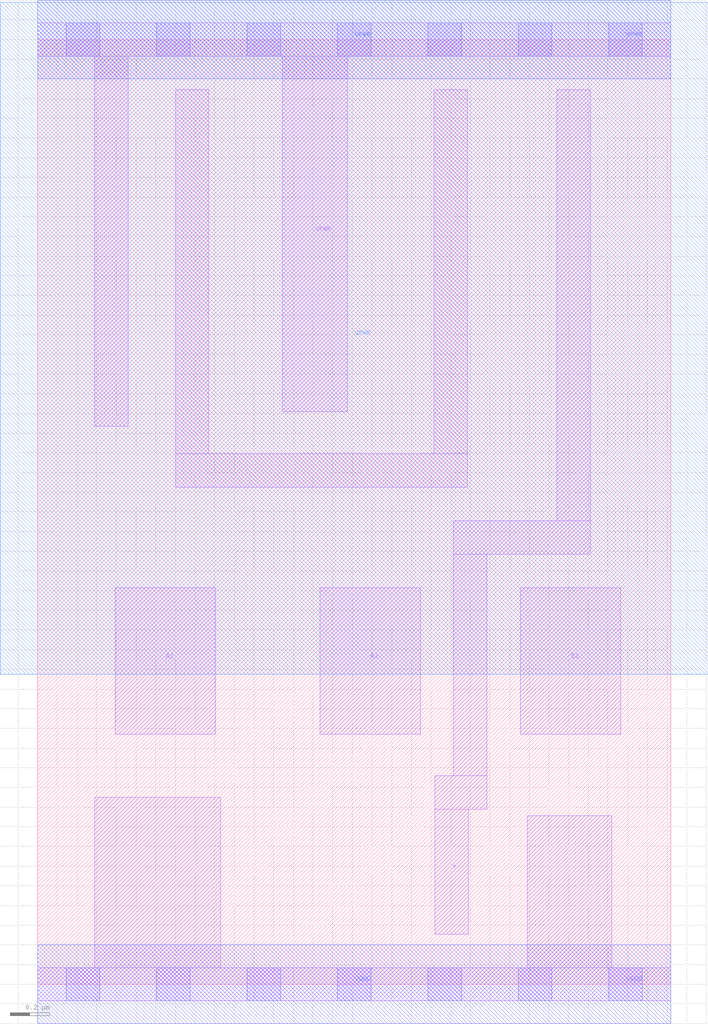
<source format=lef>
VERSION 5.7 ;
  NOWIREEXTENSIONATPIN ON ;
  DIVIDERCHAR "/" ;
  BUSBITCHARS "[]" ;
MACRO thesis_aoi21
  CLASS CORE ;
  FOREIGN thesis_aoi21 ;
  ORIGIN 0.000 0.000 ;
  SIZE 3.220 BY 4.800 ;
  PIN A1
    DIRECTION INPUT ;
    USE SIGNAL ;
    ANTENNAGATEAREA 0.553500 ;
    PORT
      LAYER li1 ;
        RECT 0.395 1.270 0.905 2.015 ;
    END
  END A1
  PIN A2
    DIRECTION INPUT ;
    USE SIGNAL ;
    ANTENNAGATEAREA 0.553500 ;
    PORT
      LAYER li1 ;
        RECT 1.435 1.270 1.945 2.015 ;
    END
  END A2
  PIN B1
    DIRECTION INPUT ;
    USE SIGNAL ;
    ANTENNAGATEAREA 0.553500 ;
    PORT
      LAYER li1 ;
        RECT 2.455 1.270 2.965 2.015 ;
    END
  END B1
  PIN Y
    DIRECTION OUTPUT ;
    USE SIGNAL ;
    ANTENNADIFFAREA 1.617650 ;
    PORT
      LAYER li1 ;
        RECT 2.640 2.355 2.810 4.545 ;
        RECT 2.115 2.185 2.810 2.355 ;
        RECT 2.115 1.060 2.285 2.185 ;
        RECT 2.020 0.890 2.285 1.060 ;
        RECT 2.020 0.255 2.190 0.890 ;
    END
  END Y
  PIN VPWR
    DIRECTION INOUT ;
    USE POWER ;
    PORT
      LAYER nwell ;
        RECT -0.190 1.575 3.410 4.990 ;
      LAYER li1 ;
        RECT 0.000 4.715 3.220 4.885 ;
        RECT 0.290 2.835 0.460 4.715 ;
        RECT 1.245 2.910 1.575 4.715 ;
      LAYER mcon ;
        RECT 0.145 4.715 0.315 4.885 ;
        RECT 0.605 4.715 0.775 4.885 ;
        RECT 1.065 4.715 1.235 4.885 ;
        RECT 1.525 4.715 1.695 4.885 ;
        RECT 1.985 4.715 2.155 4.885 ;
        RECT 2.445 4.715 2.615 4.885 ;
        RECT 2.905 4.715 3.075 4.885 ;
      LAYER met1 ;
        RECT 0.000 4.600 3.220 5.000 ;
    END
  END VPWR
  PIN VGND
    DIRECTION INOUT ;
    USE GROUND ;
    PORT
      LAYER li1 ;
        RECT 0.290 0.085 0.930 0.950 ;
        RECT 2.490 0.085 2.920 0.855 ;
        RECT 0.000 -0.085 3.220 0.085 ;
      LAYER mcon ;
        RECT 0.145 -0.085 0.315 0.085 ;
        RECT 0.605 -0.085 0.775 0.085 ;
        RECT 1.065 -0.085 1.235 0.085 ;
        RECT 1.525 -0.085 1.695 0.085 ;
        RECT 1.985 -0.085 2.155 0.085 ;
        RECT 2.445 -0.085 2.615 0.085 ;
        RECT 2.905 -0.085 3.075 0.085 ;
      LAYER met1 ;
        RECT 0.000 -0.200 3.220 0.200 ;
    END
  END VGND
  OBS
      LAYER li1 ;
        RECT 0.700 2.695 0.870 4.545 ;
        RECT 2.015 2.695 2.185 4.545 ;
        RECT 0.700 2.525 2.185 2.695 ;
  END
END thesis_aoi21
END LIBRARY


</source>
